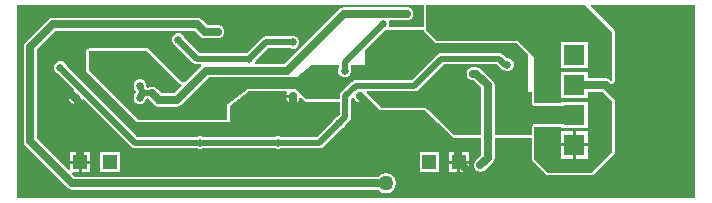
<source format=gbl>
G04*
G04 #@! TF.GenerationSoftware,Altium Limited,Altium Designer,21.4.1 (30)*
G04*
G04 Layer_Physical_Order=2*
G04 Layer_Color=16711680*
%FSLAX25Y25*%
%MOIN*%
G70*
G04*
G04 #@! TF.SameCoordinates,34362008-6013-40ED-8967-B93A8513BE85*
G04*
G04*
G04 #@! TF.FilePolarity,Positive*
G04*
G01*
G75*
%ADD36C,0.02000*%
%ADD37C,0.02500*%
%ADD40R,0.04724X0.04724*%
%ADD41R,0.07087X0.07087*%
%ADD42C,0.02500*%
%ADD43C,0.05000*%
%ADD44C,0.06000*%
G36*
X700000Y100000D02*
X474000D01*
Y164500D01*
X609582D01*
Y156918D01*
X598329D01*
X598051Y157333D01*
X598150Y157572D01*
Y158428D01*
X597993Y158808D01*
X598327Y159308D01*
X604000D01*
X604212Y159350D01*
X604428D01*
X604627Y159433D01*
X604839Y159475D01*
X605018Y159595D01*
X605218Y159677D01*
X605371Y159830D01*
X605550Y159950D01*
X605670Y160129D01*
X605823Y160282D01*
X605905Y160482D01*
X606025Y160661D01*
X606067Y160873D01*
X606150Y161072D01*
Y161288D01*
X606192Y161500D01*
X606150Y161712D01*
Y161928D01*
X606067Y162127D01*
X606025Y162339D01*
X605905Y162518D01*
X605823Y162718D01*
X605670Y162871D01*
X605550Y163050D01*
X605371Y163170D01*
X605218Y163323D01*
X605018Y163405D01*
X604839Y163525D01*
X604627Y163567D01*
X604428Y163650D01*
X604212D01*
X604000Y163692D01*
X583000D01*
X582161Y163525D01*
X581450Y163050D01*
X563092Y144692D01*
X553386D01*
X553195Y145154D01*
X553323Y145282D01*
X553536Y145796D01*
X556005Y148266D01*
X556005Y148266D01*
X557802Y150063D01*
X565059D01*
X565572Y149850D01*
X566428D01*
X567218Y150177D01*
X567823Y150782D01*
X568150Y151572D01*
Y152428D01*
X567823Y153218D01*
X567218Y153823D01*
X566428Y154150D01*
X565572D01*
X565059Y153937D01*
X557000D01*
X556259Y153790D01*
X555630Y153370D01*
X553265Y151005D01*
X553265Y151005D01*
X550796Y148536D01*
X550559Y148437D01*
X534957D01*
X529835Y153559D01*
X529622Y154072D01*
X529017Y154677D01*
X528227Y155005D01*
X527372D01*
X526582Y154677D01*
X525977Y154072D01*
X525649Y153282D01*
Y152427D01*
X525977Y151637D01*
X526582Y151032D01*
X527095Y150819D01*
X532784Y145130D01*
X533413Y144710D01*
X534154Y144563D01*
X535317D01*
X535469Y144063D01*
X535450Y144050D01*
X530013Y138613D01*
X529395Y138649D01*
X529098Y138848D01*
X528913Y138884D01*
X518149Y149649D01*
X517851Y149848D01*
X517500Y149918D01*
X498000Y149918D01*
X497649Y149848D01*
X497351Y149649D01*
X497152Y149351D01*
X497082Y149000D01*
Y142600D01*
X497152Y142249D01*
X497351Y141951D01*
X513759Y125543D01*
X514057Y125344D01*
X514408Y125275D01*
X544000D01*
X544351Y125344D01*
X544649Y125543D01*
X544848Y125841D01*
X544918Y126192D01*
Y130697D01*
X544951Y130719D01*
X545059Y130773D01*
X551312Y135582D01*
X563747D01*
X564013Y135082D01*
X563772Y134500D01*
X566000D01*
Y134000D01*
X566500D01*
Y131772D01*
X567275Y132092D01*
X567907Y132726D01*
X568160Y133335D01*
X568712Y133490D01*
X569851Y132351D01*
X570149Y132152D01*
X570500Y132082D01*
X581563D01*
Y128003D01*
X580752Y127193D01*
X580239Y126980D01*
X579634Y126375D01*
X579421Y125862D01*
X573997Y120437D01*
X561941D01*
X561428Y120650D01*
X560572D01*
X560059Y120437D01*
X535941D01*
X535428Y120650D01*
X534572D01*
X534059Y120437D01*
X514175D01*
X490625Y143987D01*
X490323Y144718D01*
X489718Y145323D01*
X488928Y145650D01*
X488072D01*
X487282Y145323D01*
X486677Y144718D01*
X486350Y143928D01*
Y143072D01*
X486677Y142282D01*
X487282Y141677D01*
X487579Y141554D01*
X492952Y136182D01*
X492817Y135609D01*
X492256Y135377D01*
X491623Y134744D01*
X491302Y133970D01*
X493530D01*
Y133470D01*
X494030D01*
Y131241D01*
X494805Y131562D01*
X495438Y132195D01*
X495670Y132756D01*
X496242Y132891D01*
X512003Y117130D01*
X512632Y116710D01*
X513373Y116563D01*
X534059D01*
X534572Y116350D01*
X535428D01*
X535941Y116563D01*
X560059D01*
X560572Y116350D01*
X561428D01*
X561941Y116563D01*
X574799D01*
X575540Y116710D01*
X576169Y117130D01*
X582161Y123122D01*
X582674Y123335D01*
X583279Y123940D01*
X583492Y124453D01*
X584870Y125831D01*
X585290Y126460D01*
X585437Y127201D01*
Y133198D01*
X585788Y133548D01*
X586323Y133376D01*
X586592Y132726D01*
X587225Y132092D01*
X588000Y131772D01*
Y134000D01*
X589000D01*
Y131772D01*
X589775Y132092D01*
X590408Y132726D01*
X590578Y133137D01*
X591068Y133234D01*
X594759Y129543D01*
X595057Y129344D01*
X595408Y129274D01*
X609410D01*
X609981Y129161D01*
X610465Y128837D01*
X618851Y120451D01*
X618851Y120451D01*
X618951Y120351D01*
X619249Y120152D01*
X619600Y120082D01*
X628808D01*
Y114408D01*
X626950Y112550D01*
X626830Y112371D01*
X626677Y112218D01*
X626595Y112018D01*
X626475Y111839D01*
X626433Y111627D01*
X626350Y111428D01*
Y111212D01*
X626308Y111000D01*
X626350Y110788D01*
Y110572D01*
X626433Y110373D01*
X626475Y110161D01*
X626595Y109982D01*
X626677Y109782D01*
X626830Y109629D01*
X626950Y109450D01*
X627129Y109330D01*
X627282Y109177D01*
X627482Y109095D01*
X627661Y108975D01*
X627873Y108933D01*
X628072Y108850D01*
X628288D01*
X628500Y108808D01*
X628712Y108850D01*
X628928D01*
X629127Y108933D01*
X629339Y108975D01*
X629518Y109095D01*
X629718Y109177D01*
X629871Y109330D01*
X630050Y109450D01*
X632550Y111950D01*
X633025Y112661D01*
X633192Y113500D01*
Y120082D01*
X645582D01*
Y113000D01*
X645652Y112649D01*
X645851Y112351D01*
X650351Y107851D01*
X650649Y107652D01*
X651000Y107582D01*
X665500D01*
X665851Y107652D01*
X666149Y107851D01*
X673149Y114851D01*
X673348Y115149D01*
X673418Y115500D01*
Y132400D01*
X673348Y132751D01*
X673149Y133049D01*
X670009Y136189D01*
X669711Y136388D01*
X669360Y136458D01*
X664358D01*
Y137232D01*
X659815D01*
Y138232D01*
X664358D01*
Y139007D01*
X670177D01*
X670749Y138893D01*
X671233Y138570D01*
X671389Y138413D01*
X671687Y138214D01*
X672038Y138144D01*
X672389Y138214D01*
X672851Y138406D01*
X672851Y138406D01*
X673149Y138604D01*
X673348Y138902D01*
X673418Y139253D01*
Y155500D01*
X673348Y155851D01*
X673149Y156149D01*
X665260Y164038D01*
X665451Y164500D01*
X700000D01*
Y100000D01*
D02*
G37*
G36*
X609652Y155649D02*
X609851Y155351D01*
X613351Y151851D01*
X613649Y151652D01*
X614000Y151582D01*
X640620D01*
X644383Y147819D01*
X644207Y135500D01*
X645582D01*
Y131666D01*
X645652Y131315D01*
X645851Y131017D01*
X646149Y130818D01*
X646500Y130748D01*
X655272D01*
Y128232D01*
X659815D01*
Y127232D01*
X655272D01*
Y124716D01*
X646500D01*
X646149Y124646D01*
X645851Y124448D01*
X645652Y124150D01*
X645582Y123799D01*
Y121000D01*
X633192D01*
Y135500D01*
Y137661D01*
X633025Y138500D01*
X632550Y139211D01*
X628711Y143050D01*
X628000Y143525D01*
X627161Y143692D01*
X626000D01*
X625788Y143650D01*
X625572D01*
X625373Y143567D01*
X625161Y143525D01*
X624982Y143405D01*
X624782Y143323D01*
X624629Y143170D01*
X624450Y143050D01*
X624330Y142871D01*
X624177Y142718D01*
X624095Y142518D01*
X623975Y142339D01*
X623933Y142127D01*
X623850Y141928D01*
Y141712D01*
X623808Y141500D01*
X623850Y141288D01*
Y141072D01*
X623933Y140873D01*
X623975Y140661D01*
X624095Y140482D01*
X624177Y140282D01*
X624330Y140129D01*
X624450Y139950D01*
X624629Y139830D01*
X624782Y139677D01*
X624982Y139595D01*
X625161Y139475D01*
X625373Y139433D01*
X625572Y139350D01*
X625788D01*
X626000Y139308D01*
X626253D01*
X628808Y136753D01*
Y135500D01*
Y121000D01*
X619600D01*
X611050Y129550D01*
X610339Y130025D01*
X609500Y130192D01*
X595408D01*
X590537Y135063D01*
X590744Y135563D01*
X606500D01*
X607241Y135710D01*
X607870Y136130D01*
X616302Y144563D01*
X633942D01*
X635366Y143139D01*
X635994Y142719D01*
X636234Y142672D01*
X636989Y142359D01*
X637844D01*
X638634Y142686D01*
X639239Y143291D01*
X639566Y144081D01*
Y144937D01*
X639239Y145727D01*
X638634Y146332D01*
X637844Y146659D01*
X637325D01*
X636115Y147870D01*
X635486Y148290D01*
X634745Y148437D01*
X615500D01*
X614759Y148290D01*
X614130Y147870D01*
X605698Y139437D01*
X587000D01*
X586259Y139290D01*
X585630Y138870D01*
X582130Y135370D01*
X581710Y134741D01*
X581563Y134000D01*
Y133000D01*
X570500D01*
X567000Y136500D01*
X551000D01*
X544500Y131500D01*
X544000D01*
Y126192D01*
X514408D01*
X498000Y142600D01*
Y149000D01*
X517500Y149000D01*
X528500Y138000D01*
X528747D01*
X528938Y137538D01*
X526303Y134904D01*
X522197D01*
X520550Y136550D01*
X520371Y136670D01*
X520218Y136823D01*
X520018Y136905D01*
X519839Y137025D01*
X519627Y137067D01*
X519428Y137150D01*
X519212D01*
X519000Y137192D01*
X518788Y137150D01*
X518572D01*
X518373Y137067D01*
X518161Y137025D01*
X517982Y136905D01*
X517782Y136823D01*
X517226Y136904D01*
X517135Y137035D01*
X517150Y137072D01*
Y137928D01*
X516823Y138718D01*
X516218Y139323D01*
X515428Y139650D01*
X514572D01*
X513782Y139323D01*
X513177Y138718D01*
X512850Y137928D01*
Y137072D01*
X513177Y136282D01*
X513650Y135809D01*
X513734Y135500D01*
X513650Y135191D01*
X513177Y134718D01*
X512850Y133928D01*
Y133072D01*
X513177Y132282D01*
X513782Y131677D01*
X514572Y131350D01*
X515428D01*
X516218Y131677D01*
X516823Y132282D01*
X517150Y133072D01*
X517650Y133250D01*
X519738Y131161D01*
X520450Y130686D01*
X521289Y130519D01*
X527211D01*
X528050Y130686D01*
X528761Y131161D01*
X531000Y133400D01*
X537908Y140308D01*
X564000D01*
X564839Y140475D01*
X564946Y140546D01*
X567500Y140500D01*
X572500Y144500D01*
X581482Y144500D01*
Y143592D01*
X581174Y142848D01*
Y141992D01*
X581501Y141202D01*
X582106Y140597D01*
X582896Y140270D01*
X583752D01*
X584542Y140597D01*
X585147Y141202D01*
X585474Y141992D01*
Y142848D01*
X585357Y143131D01*
Y144500D01*
X590000Y144500D01*
Y146000D01*
Y149260D01*
X596704Y155965D01*
X596790Y156000D01*
X609582D01*
X609652Y155649D01*
D02*
G37*
G36*
X672500Y155500D02*
Y139253D01*
X672038Y139062D01*
X671818Y139282D01*
X671107Y139758D01*
X670268Y139924D01*
X664258D01*
Y142176D01*
X655372D01*
Y133289D01*
X664258D01*
Y135540D01*
X669360D01*
X672500Y132400D01*
Y115500D01*
X665500Y108500D01*
X651000D01*
X646500Y113000D01*
Y123799D01*
X655372D01*
Y123289D01*
X664258D01*
Y132176D01*
X655372D01*
Y131666D01*
X646500D01*
Y147000D01*
X641000Y152500D01*
X614000D01*
X610500Y156000D01*
Y164500D01*
X663500D01*
X672500Y155500D01*
D02*
G37*
G36*
X515698Y138545D02*
X516045Y138198D01*
X516232Y137745D01*
Y137200D01*
X516232Y137198D01*
X516232Y137155D01*
Y137112D01*
X516217Y137035D01*
X516236Y136939D01*
X516238Y136840D01*
X516271Y136765D01*
X516287Y136684D01*
X516342Y136602D01*
X516381Y136512D01*
X516472Y136380D01*
X516484Y136369D01*
X516491Y136355D01*
X516612Y136245D01*
X516730Y136132D01*
X516745Y136126D01*
X516757Y136115D01*
X516911Y136060D01*
X517063Y136001D01*
X517079Y136001D01*
X517094Y135995D01*
X517650Y135915D01*
X517717Y135918D01*
X517782Y135905D01*
X517894Y135927D01*
X518008Y135933D01*
X518068Y135962D01*
X518133Y135975D01*
X518333Y136057D01*
X518408Y136108D01*
X518491Y136142D01*
X518519Y136161D01*
X518552Y136167D01*
X518635Y136202D01*
X518724Y136220D01*
X518755Y136232D01*
X518788D01*
X518877Y136250D01*
X518967D01*
X519000Y136257D01*
X519033Y136250D01*
X519123D01*
X519212Y136232D01*
X519245D01*
X519276Y136220D01*
X519365Y136202D01*
X519448Y136167D01*
X519481Y136161D01*
X519509Y136142D01*
X519592Y136108D01*
X519667Y136057D01*
X519698Y136045D01*
X519722Y136021D01*
X519797Y135971D01*
X519861Y135907D01*
X519965Y135837D01*
X521548Y134255D01*
X521845Y134056D01*
X522197Y133986D01*
X523289D01*
Y131437D01*
X521379D01*
X520808Y131551D01*
X520324Y131874D01*
X518299Y133899D01*
X518169Y133985D01*
X518044Y134079D01*
X518021Y134084D01*
X518001Y134098D01*
X517848Y134128D01*
X517697Y134166D01*
X517673Y134163D01*
X517650Y134168D01*
X517497Y134137D01*
X517343Y134115D01*
X516843Y133937D01*
X516822Y133925D01*
X516799Y133920D01*
X516669Y133834D01*
X516535Y133754D01*
X516521Y133735D01*
X516501Y133721D01*
X516414Y133592D01*
X516321Y133467D01*
X516316Y133443D01*
X516302Y133423D01*
X516045Y132802D01*
X515698Y132455D01*
X515245Y132268D01*
X514755D01*
X514302Y132455D01*
X513955Y132802D01*
X513768Y133255D01*
Y133745D01*
X513955Y134198D01*
X514299Y134542D01*
X514332Y134591D01*
X514377Y134630D01*
X514431Y134739D01*
X514498Y134840D01*
X514509Y134898D01*
X514536Y134951D01*
X514620Y135260D01*
X514624Y135323D01*
X514644Y135383D01*
X514636Y135500D01*
X514644Y135617D01*
X514624Y135677D01*
X514620Y135740D01*
X514536Y136049D01*
X514509Y136102D01*
X514498Y136160D01*
X514431Y136261D01*
X514377Y136370D01*
X514332Y136409D01*
X514299Y136458D01*
X513955Y136802D01*
X513768Y137255D01*
Y137745D01*
X513955Y138198D01*
X514302Y138545D01*
X514755Y138732D01*
X515245D01*
X515698Y138545D01*
D02*
G37*
%LPC*%
G36*
X534161Y160192D02*
X486000D01*
X485161Y160025D01*
X484450Y159550D01*
X476950Y152050D01*
X476475Y151339D01*
X476308Y150500D01*
Y119000D01*
X476475Y118161D01*
X476950Y117450D01*
X490950Y103450D01*
X491661Y102975D01*
X492500Y102808D01*
X594384D01*
X594912Y102279D01*
X595688Y101832D01*
X596552Y101600D01*
X597448D01*
X598312Y101832D01*
X599088Y102279D01*
X599721Y102912D01*
X600168Y103688D01*
X600400Y104552D01*
Y105448D01*
X600168Y106312D01*
X599721Y107088D01*
X599088Y107721D01*
X598312Y108168D01*
X597448Y108400D01*
X596552D01*
X595688Y108168D01*
X594912Y107721D01*
X594384Y107192D01*
X493408D01*
X492424Y108176D01*
X492616Y108638D01*
X494579D01*
Y111500D01*
X491716D01*
Y109537D01*
X491255Y109345D01*
X480692Y119908D01*
Y149592D01*
X486908Y155808D01*
X533253D01*
X535111Y153950D01*
X535822Y153475D01*
X536661Y153308D01*
X541000D01*
X541212Y153350D01*
X541428D01*
X541627Y153433D01*
X541839Y153475D01*
X542018Y153595D01*
X542218Y153677D01*
X542371Y153830D01*
X542550Y153950D01*
X542670Y154129D01*
X542823Y154282D01*
X542905Y154482D01*
X543025Y154661D01*
X543067Y154873D01*
X543150Y155072D01*
Y155288D01*
X543192Y155500D01*
X543150Y155712D01*
Y155928D01*
X543067Y156127D01*
X543025Y156339D01*
X542905Y156518D01*
X542823Y156718D01*
X542670Y156871D01*
X542550Y157050D01*
X542371Y157170D01*
X542218Y157323D01*
X542018Y157405D01*
X541839Y157525D01*
X541627Y157567D01*
X541428Y157650D01*
X541212D01*
X541000Y157692D01*
X537569D01*
X535711Y159550D01*
X535000Y160025D01*
X534161Y160192D01*
D02*
G37*
G36*
X565500Y133500D02*
X563772D01*
X564092Y132726D01*
X564725Y132092D01*
X565500Y131772D01*
Y133500D01*
D02*
G37*
G36*
X493030Y132970D02*
X491302D01*
X491623Y132195D01*
X492256Y131562D01*
X493030Y131241D01*
Y132970D01*
D02*
G37*
G36*
X624705Y115362D02*
X621842D01*
Y112500D01*
X624705D01*
Y115362D01*
D02*
G37*
G36*
X620843D02*
X617980D01*
Y112500D01*
X620843D01*
Y115362D01*
D02*
G37*
G36*
X498441Y115362D02*
X495579D01*
Y112500D01*
X498441D01*
Y115362D01*
D02*
G37*
G36*
X494579D02*
X491716D01*
Y112500D01*
X494579D01*
Y115362D01*
D02*
G37*
G36*
X508183Y115262D02*
X501659D01*
Y108738D01*
X508183D01*
Y115262D01*
D02*
G37*
G36*
X614762Y115262D02*
X608238D01*
Y108738D01*
X614762D01*
Y115262D01*
D02*
G37*
G36*
X624705Y111500D02*
X621842D01*
Y108638D01*
X624705D01*
Y111500D01*
D02*
G37*
G36*
X620843D02*
X617980D01*
Y108638D01*
X620843D01*
Y111500D01*
D02*
G37*
G36*
X498441Y111500D02*
X495579D01*
Y108638D01*
X498441D01*
Y111500D01*
D02*
G37*
G36*
X664258Y152176D02*
X655372D01*
Y143289D01*
X664258D01*
Y152176D01*
D02*
G37*
G36*
X664358Y122276D02*
X660315D01*
Y118232D01*
X664358D01*
Y122276D01*
D02*
G37*
G36*
X659315D02*
X655272D01*
Y118232D01*
X659315D01*
Y122276D01*
D02*
G37*
G36*
X664358Y117232D02*
X660315D01*
Y113189D01*
X664358D01*
Y117232D01*
D02*
G37*
G36*
X659315D02*
X655272D01*
Y113189D01*
X659315D01*
Y117232D01*
D02*
G37*
%LPD*%
D36*
X557000Y152000D02*
X566000D01*
X554635Y149635D02*
X557000Y152000D01*
X554635Y149635D02*
Y149635D01*
X551500Y146500D02*
X554635Y149635D01*
X534154Y146500D02*
X551500D01*
X581457Y125157D02*
X583500Y127201D01*
X574799Y118500D02*
X581457Y125157D01*
X527800Y152855D02*
X534154Y146500D01*
X488500Y143373D02*
Y143500D01*
Y143373D02*
X513373Y118500D01*
X535000D01*
X561000D01*
X574799D01*
X583500Y127201D02*
Y134000D01*
X634745Y146500D02*
X636736Y144509D01*
X606500Y137500D02*
X615500Y146500D01*
X634745D01*
X583500Y134000D02*
X587000Y137500D01*
X636736Y144509D02*
X637416D01*
X587000Y137500D02*
X606500D01*
X583324Y142420D02*
X583420Y142516D01*
Y145420D02*
X596000Y158000D01*
X583420Y142516D02*
Y145420D01*
D37*
X558500Y124000D02*
X565904Y131404D01*
X488500Y149000D02*
X513500Y124000D01*
X558500D01*
X534161Y158000D02*
X536661Y155500D01*
X541000D01*
X627161Y141500D02*
X631000Y137661D01*
X626000Y141500D02*
X627161D01*
X631000Y113500D02*
Y137661D01*
X628500Y111000D02*
X631000Y113500D01*
X486000Y158000D02*
X534161D01*
X521289Y132711D02*
X527211D01*
X519000Y135000D02*
X521289Y132711D01*
X485500Y149000D02*
X488500D01*
X482000Y140000D02*
Y145500D01*
X485500Y149000D01*
X482000Y140000D02*
X485157Y136843D01*
X489810D01*
X493183Y133470D01*
X670268Y137732D02*
X675000Y133000D01*
Y111000D02*
Y133000D01*
X659815Y137732D02*
X670268D01*
X594500Y128000D02*
X601000D01*
X588500Y134000D02*
X594500Y128000D01*
X584500Y111500D02*
X601000Y128000D01*
X609500D01*
X515153Y111500D02*
X584500D01*
X495079Y112000D02*
Y120079D01*
X500826Y125826D01*
X511199Y115454D01*
X493530Y133123D02*
X500826Y125826D01*
X493183Y133470D02*
X493530D01*
X511199Y115454D02*
Y115454D01*
X493530Y133123D02*
Y133470D01*
X511199Y115454D02*
X515153Y111500D01*
X478500Y119000D02*
Y150500D01*
X492500Y105000D02*
X597000D01*
X478500Y119000D02*
X492500Y105000D01*
X478500Y150500D02*
X486000Y158000D01*
X565904Y134076D02*
X565914Y134086D01*
X621343Y112000D02*
X628342Y105000D01*
X620907Y112435D02*
X621343Y112000D01*
X565904Y131404D02*
Y134076D01*
X609500Y128000D02*
X620907Y116593D01*
Y112435D02*
Y116593D01*
X669000Y105000D02*
X675000Y111000D01*
X628342Y105000D02*
X669000D01*
X583000Y161500D02*
X604000D01*
X564000Y142500D02*
X583000Y161500D01*
X537000Y142500D02*
X564000D01*
X527211Y132711D02*
X537000Y142500D01*
D40*
X495079Y112000D02*
D03*
X504921Y112000D02*
D03*
X621343D02*
D03*
X611500Y112000D02*
D03*
D41*
X659815Y147732D02*
D03*
Y137732D02*
D03*
Y127732D02*
D03*
Y117732D02*
D03*
D42*
X515000Y137500D02*
D03*
X566000Y152000D02*
D03*
X541000Y155500D02*
D03*
X626000Y141500D02*
D03*
X551500Y146500D02*
D03*
X519000Y135000D02*
D03*
X515000Y133500D02*
D03*
X626000Y127000D02*
D03*
X622000Y126000D02*
D03*
X623000Y130000D02*
D03*
X628500Y111000D02*
D03*
X595500Y142000D02*
D03*
X502000Y141500D02*
D03*
X504500Y144500D02*
D03*
X539500Y134000D02*
D03*
X527800Y152855D02*
D03*
X488500Y143500D02*
D03*
X493530Y133470D02*
D03*
X561000Y118500D02*
D03*
X535000D02*
D03*
X621000Y159000D02*
D03*
X624000Y162000D02*
D03*
X629500D02*
D03*
X651500D02*
D03*
X643000Y159000D02*
D03*
X648500D02*
D03*
X626500D02*
D03*
X637500D02*
D03*
X646000Y162000D02*
D03*
X635000D02*
D03*
X632000Y159000D02*
D03*
X640500Y162000D02*
D03*
X588500Y134000D02*
D03*
X604000Y161500D02*
D03*
X591500Y142000D02*
D03*
X596000Y158000D02*
D03*
X637416Y144509D02*
D03*
X581457Y125157D02*
D03*
X583324Y142420D02*
D03*
X571000Y137500D02*
D03*
X566000Y134000D02*
D03*
X572500Y141000D02*
D03*
X535500Y134000D02*
D03*
D43*
X597000Y105000D02*
D03*
D44*
X640330Y127732D02*
X659815D01*
M02*

</source>
